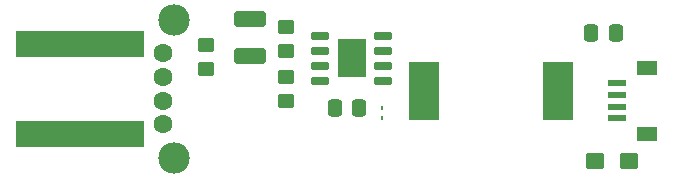
<source format=gbr>
%TF.GenerationSoftware,KiCad,Pcbnew,6.0.2+dfsg-1*%
%TF.CreationDate,2023-01-31T13:28:28-05:00*%
%TF.ProjectId,qwiic-interface,71776969-632d-4696-9e74-657266616365,1.0*%
%TF.SameCoordinates,Original*%
%TF.FileFunction,Soldermask,Top*%
%TF.FilePolarity,Negative*%
%FSLAX46Y46*%
G04 Gerber Fmt 4.6, Leading zero omitted, Abs format (unit mm)*
G04 Created by KiCad (PCBNEW 6.0.2+dfsg-1) date 2023-01-31 13:28:28*
%MOMM*%
%LPD*%
G01*
G04 APERTURE LIST*
G04 Aperture macros list*
%AMRoundRect*
0 Rectangle with rounded corners*
0 $1 Rounding radius*
0 $2 $3 $4 $5 $6 $7 $8 $9 X,Y pos of 4 corners*
0 Add a 4 corners polygon primitive as box body*
4,1,4,$2,$3,$4,$5,$6,$7,$8,$9,$2,$3,0*
0 Add four circle primitives for the rounded corners*
1,1,$1+$1,$2,$3*
1,1,$1+$1,$4,$5*
1,1,$1+$1,$6,$7*
1,1,$1+$1,$8,$9*
0 Add four rect primitives between the rounded corners*
20,1,$1+$1,$2,$3,$4,$5,0*
20,1,$1+$1,$4,$5,$6,$7,0*
20,1,$1+$1,$6,$7,$8,$9,0*
20,1,$1+$1,$8,$9,$2,$3,0*%
G04 Aperture macros list end*
%ADD10R,2.590800X5.003800*%
%ADD11RoundRect,0.250000X-0.450000X0.350000X-0.450000X-0.350000X0.450000X-0.350000X0.450000X0.350000X0*%
%ADD12R,0.250000X0.360000*%
%ADD13RoundRect,0.250000X-0.337500X-0.475000X0.337500X-0.475000X0.337500X0.475000X-0.337500X0.475000X0*%
%ADD14RoundRect,0.150000X0.650000X0.150000X-0.650000X0.150000X-0.650000X-0.150000X0.650000X-0.150000X0*%
%ADD15R,2.400000X3.200000*%
%ADD16C,1.600200*%
%ADD17C,2.667000*%
%ADD18R,10.845800X2.209800*%
%ADD19RoundRect,0.250000X-1.100000X0.412500X-1.100000X-0.412500X1.100000X-0.412500X1.100000X0.412500X0*%
%ADD20R,1.549400X0.609600*%
%ADD21R,1.803400X1.193800*%
%ADD22RoundRect,0.250000X-0.537500X-0.425000X0.537500X-0.425000X0.537500X0.425000X-0.537500X0.425000X0*%
G04 APERTURE END LIST*
D10*
%TO.C,L1*%
X138297700Y-68200000D03*
X149702300Y-68200000D03*
%TD*%
D11*
%TO.C,F1*%
X119900000Y-64300000D03*
X119900000Y-66300000D03*
%TD*%
D12*
%TO.C,D1*%
X134800000Y-69600000D03*
X134800000Y-70440000D03*
%TD*%
D13*
%TO.C,C5*%
X152462500Y-63300000D03*
X154537500Y-63300000D03*
%TD*%
D14*
%TO.C,U1*%
X134850000Y-67305000D03*
X134850000Y-66035000D03*
X134850000Y-64765000D03*
X134850000Y-63495000D03*
X129550000Y-63495000D03*
X129550000Y-64765000D03*
X129550000Y-66035000D03*
X129550000Y-67305000D03*
D15*
X132200000Y-65400000D03*
%TD*%
D16*
%TO.C,J1*%
X116222800Y-65010001D03*
X116222800Y-67010000D03*
X116222800Y-69010001D03*
X116222800Y-71009999D03*
D17*
X117122801Y-62159999D03*
X117122801Y-73860001D03*
D18*
X109200000Y-64220000D03*
X109200000Y-71800000D03*
%TD*%
D11*
%TO.C,R2*%
X126600000Y-67000000D03*
X126600000Y-69000000D03*
%TD*%
%TO.C,R1*%
X126600000Y-62800000D03*
X126600000Y-64800000D03*
%TD*%
D19*
%TO.C,C1*%
X123600000Y-62075000D03*
X123600000Y-65200000D03*
%TD*%
D13*
%TO.C,C2*%
X130762500Y-69600000D03*
X132837500Y-69600000D03*
%TD*%
D20*
%TO.C,J2*%
X154675001Y-67500001D03*
X154675001Y-68500002D03*
X154675001Y-69500000D03*
X154675001Y-70500001D03*
D21*
X157200000Y-66200002D03*
X157200000Y-71800000D03*
%TD*%
D22*
%TO.C,C4*%
X152825000Y-74100000D03*
X155700000Y-74100000D03*
%TD*%
M02*

</source>
